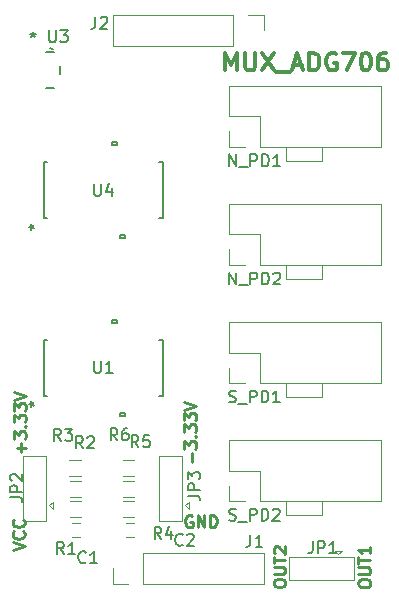
<source format=gto>
%TF.GenerationSoftware,KiCad,Pcbnew,(5.1.6-0-10_14)*%
%TF.CreationDate,2020-09-10T14:25:20+09:00*%
%TF.ProjectId,qPCR-photo_mux_ADG706BRUZ-ND,71504352-2d70-4686-9f74-6f5f6d75785f,rev?*%
%TF.SameCoordinates,Original*%
%TF.FileFunction,Legend,Top*%
%TF.FilePolarity,Positive*%
%FSLAX46Y46*%
G04 Gerber Fmt 4.6, Leading zero omitted, Abs format (unit mm)*
G04 Created by KiCad (PCBNEW (5.1.6-0-10_14)) date 2020-09-10 14:25:20*
%MOMM*%
%LPD*%
G01*
G04 APERTURE LIST*
%ADD10C,0.300000*%
%ADD11C,0.250000*%
%ADD12C,0.120000*%
%ADD13C,0.152400*%
%ADD14C,0.150000*%
G04 APERTURE END LIST*
D10*
X101303677Y-67836171D02*
X101303677Y-66336171D01*
X101803677Y-67407600D01*
X102303677Y-66336171D01*
X102303677Y-67836171D01*
X103017962Y-66336171D02*
X103017962Y-67550457D01*
X103089391Y-67693314D01*
X103160820Y-67764742D01*
X103303677Y-67836171D01*
X103589391Y-67836171D01*
X103732248Y-67764742D01*
X103803677Y-67693314D01*
X103875105Y-67550457D01*
X103875105Y-66336171D01*
X104446534Y-66336171D02*
X105446534Y-67836171D01*
X105446534Y-66336171D02*
X104446534Y-67836171D01*
X105660820Y-67979028D02*
X106803677Y-67979028D01*
X107089391Y-67407600D02*
X107803677Y-67407600D01*
X106946534Y-67836171D02*
X107446534Y-66336171D01*
X107946534Y-67836171D01*
X108446534Y-67836171D02*
X108446534Y-66336171D01*
X108803677Y-66336171D01*
X109017962Y-66407600D01*
X109160820Y-66550457D01*
X109232248Y-66693314D01*
X109303677Y-66979028D01*
X109303677Y-67193314D01*
X109232248Y-67479028D01*
X109160820Y-67621885D01*
X109017962Y-67764742D01*
X108803677Y-67836171D01*
X108446534Y-67836171D01*
X110732248Y-66407600D02*
X110589391Y-66336171D01*
X110375105Y-66336171D01*
X110160820Y-66407600D01*
X110017962Y-66550457D01*
X109946534Y-66693314D01*
X109875105Y-66979028D01*
X109875105Y-67193314D01*
X109946534Y-67479028D01*
X110017962Y-67621885D01*
X110160820Y-67764742D01*
X110375105Y-67836171D01*
X110517962Y-67836171D01*
X110732248Y-67764742D01*
X110803677Y-67693314D01*
X110803677Y-67193314D01*
X110517962Y-67193314D01*
X111303677Y-66336171D02*
X112303677Y-66336171D01*
X111660820Y-67836171D01*
X113160820Y-66336171D02*
X113303677Y-66336171D01*
X113446534Y-66407600D01*
X113517962Y-66479028D01*
X113589391Y-66621885D01*
X113660820Y-66907600D01*
X113660820Y-67264742D01*
X113589391Y-67550457D01*
X113517962Y-67693314D01*
X113446534Y-67764742D01*
X113303677Y-67836171D01*
X113160820Y-67836171D01*
X113017962Y-67764742D01*
X112946534Y-67693314D01*
X112875105Y-67550457D01*
X112803677Y-67264742D01*
X112803677Y-66907600D01*
X112875105Y-66621885D01*
X112946534Y-66479028D01*
X113017962Y-66407600D01*
X113160820Y-66336171D01*
X114946534Y-66336171D02*
X114660820Y-66336171D01*
X114517962Y-66407600D01*
X114446534Y-66479028D01*
X114303677Y-66693314D01*
X114232248Y-66979028D01*
X114232248Y-67550457D01*
X114303677Y-67693314D01*
X114375105Y-67764742D01*
X114517962Y-67836171D01*
X114803677Y-67836171D01*
X114946534Y-67764742D01*
X115017962Y-67693314D01*
X115089391Y-67550457D01*
X115089391Y-67193314D01*
X115017962Y-67050457D01*
X114946534Y-66979028D01*
X114803677Y-66907600D01*
X114517962Y-66907600D01*
X114375105Y-66979028D01*
X114303677Y-67050457D01*
X114232248Y-67193314D01*
D11*
X83340960Y-108434973D02*
X84340960Y-108101640D01*
X83340960Y-107768306D01*
X84245722Y-106863544D02*
X84293341Y-106911163D01*
X84340960Y-107054020D01*
X84340960Y-107149259D01*
X84293341Y-107292116D01*
X84198103Y-107387354D01*
X84102865Y-107434973D01*
X83912389Y-107482592D01*
X83769532Y-107482592D01*
X83579056Y-107434973D01*
X83483818Y-107387354D01*
X83388580Y-107292116D01*
X83340960Y-107149259D01*
X83340960Y-107054020D01*
X83388580Y-106911163D01*
X83436199Y-106863544D01*
X84245722Y-105863544D02*
X84293341Y-105911163D01*
X84340960Y-106054020D01*
X84340960Y-106149259D01*
X84293341Y-106292116D01*
X84198103Y-106387354D01*
X84102865Y-106434973D01*
X83912389Y-106482592D01*
X83769532Y-106482592D01*
X83579056Y-106434973D01*
X83483818Y-106387354D01*
X83388580Y-106292116D01*
X83340960Y-106149259D01*
X83340960Y-106054020D01*
X83388580Y-105911163D01*
X83436199Y-105863544D01*
X84079388Y-100164590D02*
X84079388Y-99402685D01*
X84460340Y-99783638D02*
X83698436Y-99783638D01*
X83460340Y-99021733D02*
X83460340Y-98402685D01*
X83841293Y-98736019D01*
X83841293Y-98593161D01*
X83888912Y-98497923D01*
X83936531Y-98450304D01*
X84031769Y-98402685D01*
X84269864Y-98402685D01*
X84365102Y-98450304D01*
X84412721Y-98497923D01*
X84460340Y-98593161D01*
X84460340Y-98878876D01*
X84412721Y-98974114D01*
X84365102Y-99021733D01*
X84365102Y-97974114D02*
X84412721Y-97926495D01*
X84460340Y-97974114D01*
X84412721Y-98021733D01*
X84365102Y-97974114D01*
X84460340Y-97974114D01*
X83460340Y-97593161D02*
X83460340Y-96974114D01*
X83841293Y-97307447D01*
X83841293Y-97164590D01*
X83888912Y-97069352D01*
X83936531Y-97021733D01*
X84031769Y-96974114D01*
X84269864Y-96974114D01*
X84365102Y-97021733D01*
X84412721Y-97069352D01*
X84460340Y-97164590D01*
X84460340Y-97450304D01*
X84412721Y-97545542D01*
X84365102Y-97593161D01*
X83460340Y-96640780D02*
X83460340Y-96021733D01*
X83841293Y-96355066D01*
X83841293Y-96212209D01*
X83888912Y-96116971D01*
X83936531Y-96069352D01*
X84031769Y-96021733D01*
X84269864Y-96021733D01*
X84365102Y-96069352D01*
X84412721Y-96116971D01*
X84460340Y-96212209D01*
X84460340Y-96497923D01*
X84412721Y-96593161D01*
X84365102Y-96640780D01*
X83460340Y-95736019D02*
X84460340Y-95402685D01*
X83460340Y-95069352D01*
X98504048Y-101000250D02*
X98504048Y-100238345D01*
X97885000Y-99857393D02*
X97885000Y-99238345D01*
X98265953Y-99571679D01*
X98265953Y-99428821D01*
X98313572Y-99333583D01*
X98361191Y-99285964D01*
X98456429Y-99238345D01*
X98694524Y-99238345D01*
X98789762Y-99285964D01*
X98837381Y-99333583D01*
X98885000Y-99428821D01*
X98885000Y-99714536D01*
X98837381Y-99809774D01*
X98789762Y-99857393D01*
X98789762Y-98809774D02*
X98837381Y-98762155D01*
X98885000Y-98809774D01*
X98837381Y-98857393D01*
X98789762Y-98809774D01*
X98885000Y-98809774D01*
X97885000Y-98428821D02*
X97885000Y-97809774D01*
X98265953Y-98143107D01*
X98265953Y-98000250D01*
X98313572Y-97905012D01*
X98361191Y-97857393D01*
X98456429Y-97809774D01*
X98694524Y-97809774D01*
X98789762Y-97857393D01*
X98837381Y-97905012D01*
X98885000Y-98000250D01*
X98885000Y-98285964D01*
X98837381Y-98381202D01*
X98789762Y-98428821D01*
X97885000Y-97476440D02*
X97885000Y-96857393D01*
X98265953Y-97190726D01*
X98265953Y-97047869D01*
X98313572Y-96952631D01*
X98361191Y-96905012D01*
X98456429Y-96857393D01*
X98694524Y-96857393D01*
X98789762Y-96905012D01*
X98837381Y-96952631D01*
X98885000Y-97047869D01*
X98885000Y-97333583D01*
X98837381Y-97428821D01*
X98789762Y-97476440D01*
X97885000Y-96571679D02*
X98885000Y-96238345D01*
X97885000Y-95905012D01*
X98519075Y-105555160D02*
X98423837Y-105507540D01*
X98280980Y-105507540D01*
X98138122Y-105555160D01*
X98042884Y-105650398D01*
X97995265Y-105745636D01*
X97947646Y-105936112D01*
X97947646Y-106078969D01*
X97995265Y-106269445D01*
X98042884Y-106364683D01*
X98138122Y-106459921D01*
X98280980Y-106507540D01*
X98376218Y-106507540D01*
X98519075Y-106459921D01*
X98566694Y-106412302D01*
X98566694Y-106078969D01*
X98376218Y-106078969D01*
X98995265Y-106507540D02*
X98995265Y-105507540D01*
X99566694Y-106507540D01*
X99566694Y-105507540D01*
X100042884Y-106507540D02*
X100042884Y-105507540D01*
X100280980Y-105507540D01*
X100423837Y-105555160D01*
X100519075Y-105650398D01*
X100566694Y-105745636D01*
X100614313Y-105936112D01*
X100614313Y-106078969D01*
X100566694Y-106269445D01*
X100519075Y-106364683D01*
X100423837Y-106459921D01*
X100280980Y-106507540D01*
X100042884Y-106507540D01*
X112614460Y-111351510D02*
X112614460Y-111161034D01*
X112662080Y-111065796D01*
X112757318Y-110970558D01*
X112947794Y-110922939D01*
X113281127Y-110922939D01*
X113471603Y-110970558D01*
X113566841Y-111065796D01*
X113614460Y-111161034D01*
X113614460Y-111351510D01*
X113566841Y-111446748D01*
X113471603Y-111541986D01*
X113281127Y-111589605D01*
X112947794Y-111589605D01*
X112757318Y-111541986D01*
X112662080Y-111446748D01*
X112614460Y-111351510D01*
X112614460Y-110494367D02*
X113423984Y-110494367D01*
X113519222Y-110446748D01*
X113566841Y-110399129D01*
X113614460Y-110303891D01*
X113614460Y-110113415D01*
X113566841Y-110018177D01*
X113519222Y-109970558D01*
X113423984Y-109922939D01*
X112614460Y-109922939D01*
X112614460Y-109589605D02*
X112614460Y-109018177D01*
X113614460Y-109303891D02*
X112614460Y-109303891D01*
X113614460Y-108161034D02*
X113614460Y-108732462D01*
X113614460Y-108446748D02*
X112614460Y-108446748D01*
X112757318Y-108541986D01*
X112852556Y-108637224D01*
X112900175Y-108732462D01*
X105431340Y-111331190D02*
X105431340Y-111140714D01*
X105478960Y-111045476D01*
X105574198Y-110950238D01*
X105764674Y-110902619D01*
X106098007Y-110902619D01*
X106288483Y-110950238D01*
X106383721Y-111045476D01*
X106431340Y-111140714D01*
X106431340Y-111331190D01*
X106383721Y-111426428D01*
X106288483Y-111521666D01*
X106098007Y-111569285D01*
X105764674Y-111569285D01*
X105574198Y-111521666D01*
X105478960Y-111426428D01*
X105431340Y-111331190D01*
X105431340Y-110474047D02*
X106240864Y-110474047D01*
X106336102Y-110426428D01*
X106383721Y-110378809D01*
X106431340Y-110283571D01*
X106431340Y-110093095D01*
X106383721Y-109997857D01*
X106336102Y-109950238D01*
X106240864Y-109902619D01*
X105431340Y-109902619D01*
X105431340Y-109569285D02*
X105431340Y-108997857D01*
X106431340Y-109283571D02*
X105431340Y-109283571D01*
X105526579Y-108712142D02*
X105478960Y-108664523D01*
X105431340Y-108569285D01*
X105431340Y-108331190D01*
X105478960Y-108235952D01*
X105526579Y-108188333D01*
X105621817Y-108140714D01*
X105717055Y-108140714D01*
X105859912Y-108188333D01*
X106431340Y-108759761D01*
X106431340Y-108140714D01*
D12*
%TO.C,C1*%
X88350000Y-106150000D02*
X89050000Y-106150000D01*
X89050000Y-107350000D02*
X88350000Y-107350000D01*
%TO.C,C2*%
X92950000Y-106150000D02*
X93650000Y-106150000D01*
X93650000Y-107350000D02*
X92950000Y-107350000D01*
%TO.C,J1*%
X104628000Y-111330000D02*
X104628000Y-108670000D01*
X94408000Y-111330000D02*
X104628000Y-111330000D01*
X94408000Y-108670000D02*
X104628000Y-108670000D01*
X94408000Y-111330000D02*
X94408000Y-108670000D01*
X93138000Y-111330000D02*
X91808000Y-111330000D01*
X91808000Y-111330000D02*
X91808000Y-110000000D01*
%TO.C,J2*%
X104628000Y-63110000D02*
X104628000Y-64440000D01*
X103298000Y-63110000D02*
X104628000Y-63110000D01*
X102028000Y-63110000D02*
X102028000Y-65770000D01*
X102028000Y-65770000D02*
X91808000Y-65770000D01*
X102028000Y-63110000D02*
X91808000Y-63110000D01*
X91808000Y-63110000D02*
X91808000Y-65770000D01*
%TO.C,JP1*%
X112250000Y-111000000D02*
X106750000Y-111000000D01*
X106750000Y-111000000D02*
X106750000Y-109050000D01*
X106750000Y-109050000D02*
X112250000Y-109050000D01*
X112250000Y-109050000D02*
X112250000Y-111000000D01*
X110900000Y-108800000D02*
X111200000Y-108500000D01*
X111200000Y-108500000D02*
X110600000Y-108500000D01*
X110600000Y-108500000D02*
X110900000Y-108800000D01*
%TO.C,JP2*%
X86750000Y-104350000D02*
X86450000Y-104650000D01*
X86750000Y-104950000D02*
X86750000Y-104350000D01*
X86450000Y-104650000D02*
X86750000Y-104950000D01*
X86200000Y-106000000D02*
X84250000Y-106000000D01*
X86200000Y-100500000D02*
X86200000Y-106000000D01*
X84250000Y-100500000D02*
X86200000Y-100500000D01*
X84250000Y-106000000D02*
X84250000Y-100500000D01*
%TO.C,JP3*%
X95750000Y-106000000D02*
X95750000Y-100500000D01*
X95750000Y-100500000D02*
X97700000Y-100500000D01*
X97700000Y-100500000D02*
X97700000Y-106000000D01*
X97700000Y-106000000D02*
X95750000Y-106000000D01*
X97950000Y-104650000D02*
X98250000Y-104950000D01*
X98250000Y-104950000D02*
X98250000Y-104350000D01*
X98250000Y-104350000D02*
X97950000Y-104650000D01*
%TO.C,N_PD1*%
X109500000Y-75500000D02*
X109500000Y-74330000D01*
X106500000Y-75500000D02*
X109500000Y-75500000D01*
X106500000Y-74330000D02*
X106500000Y-75500000D01*
X114490000Y-74330000D02*
X114490000Y-69130000D01*
X104270000Y-74330000D02*
X114490000Y-74330000D01*
X101670000Y-69130000D02*
X114490000Y-69130000D01*
X104270000Y-74330000D02*
X104270000Y-71730000D01*
X104270000Y-71730000D02*
X101670000Y-71730000D01*
X101670000Y-71730000D02*
X101670000Y-69130000D01*
X103000000Y-74330000D02*
X101670000Y-74330000D01*
X101670000Y-74330000D02*
X101670000Y-73000000D01*
%TO.C,N_PD2*%
X101670000Y-84330000D02*
X101670000Y-83000000D01*
X103000000Y-84330000D02*
X101670000Y-84330000D01*
X101670000Y-81730000D02*
X101670000Y-79130000D01*
X104270000Y-81730000D02*
X101670000Y-81730000D01*
X104270000Y-84330000D02*
X104270000Y-81730000D01*
X101670000Y-79130000D02*
X114490000Y-79130000D01*
X104270000Y-84330000D02*
X114490000Y-84330000D01*
X114490000Y-84330000D02*
X114490000Y-79130000D01*
X106500000Y-84330000D02*
X106500000Y-85500000D01*
X106500000Y-85500000D02*
X109500000Y-85500000D01*
X109500000Y-85500000D02*
X109500000Y-84330000D01*
%TO.C,R1*%
X89150000Y-105680000D02*
X88150000Y-105680000D01*
X88150000Y-104320000D02*
X89150000Y-104320000D01*
%TO.C,R2*%
X89150000Y-103930000D02*
X88150000Y-103930000D01*
X88150000Y-102570000D02*
X89150000Y-102570000D01*
%TO.C,R3*%
X89100000Y-102180000D02*
X88100000Y-102180000D01*
X88100000Y-100820000D02*
X89100000Y-100820000D01*
%TO.C,R4*%
X93650000Y-105680000D02*
X92650000Y-105680000D01*
X92650000Y-104320000D02*
X93650000Y-104320000D01*
%TO.C,R5*%
X93650000Y-103930000D02*
X92650000Y-103930000D01*
X92650000Y-102570000D02*
X93650000Y-102570000D01*
%TO.C,R6*%
X93650000Y-102180000D02*
X92650000Y-102180000D01*
X92650000Y-100820000D02*
X93650000Y-100820000D01*
%TO.C,S_PD1*%
X101670000Y-94330000D02*
X101670000Y-93000000D01*
X103000000Y-94330000D02*
X101670000Y-94330000D01*
X101670000Y-91730000D02*
X101670000Y-89130000D01*
X104270000Y-91730000D02*
X101670000Y-91730000D01*
X104270000Y-94330000D02*
X104270000Y-91730000D01*
X101670000Y-89130000D02*
X114490000Y-89130000D01*
X104270000Y-94330000D02*
X114490000Y-94330000D01*
X114490000Y-94330000D02*
X114490000Y-89130000D01*
X106500000Y-94330000D02*
X106500000Y-95500000D01*
X106500000Y-95500000D02*
X109500000Y-95500000D01*
X109500000Y-95500000D02*
X109500000Y-94330000D01*
%TO.C,S_PD2*%
X109500000Y-105500000D02*
X109500000Y-104330000D01*
X106500000Y-105500000D02*
X109500000Y-105500000D01*
X106500000Y-104330000D02*
X106500000Y-105500000D01*
X114490000Y-104330000D02*
X114490000Y-99130000D01*
X104270000Y-104330000D02*
X114490000Y-104330000D01*
X101670000Y-99130000D02*
X114490000Y-99130000D01*
X104270000Y-104330000D02*
X104270000Y-101730000D01*
X104270000Y-101730000D02*
X101670000Y-101730000D01*
X101670000Y-101730000D02*
X101670000Y-99130000D01*
X103000000Y-104330000D02*
X101670000Y-104330000D01*
X101670000Y-104330000D02*
X101670000Y-103000000D01*
D13*
%TO.C,U1*%
X96029200Y-95374900D02*
X96029200Y-90625100D01*
X96029200Y-90625100D02*
X95735540Y-90625100D01*
X85970800Y-90625100D02*
X85970800Y-95374900D01*
X85970800Y-95374900D02*
X86264460Y-95374900D01*
X95735538Y-95374900D02*
X96029200Y-95374900D01*
X86264460Y-90625100D02*
X85970800Y-90625100D01*
X92434498Y-97064000D02*
X92815498Y-97064000D01*
X92815498Y-97064000D02*
X92815498Y-96810000D01*
X92815498Y-96810000D02*
X92434498Y-96810000D01*
X92434498Y-96810000D02*
X92434498Y-97064000D01*
X91784499Y-88936000D02*
X92165499Y-88936000D01*
X92165499Y-88936000D02*
X92165499Y-89190000D01*
X92165499Y-89190000D02*
X91784499Y-89190000D01*
X91784499Y-89190000D02*
X91784499Y-88936000D01*
%TO.C,U3*%
X86804716Y-66255900D02*
X86199684Y-66255900D01*
X87378500Y-68117761D02*
X87378500Y-67442039D01*
X86199684Y-69303900D02*
X86804716Y-69303900D01*
X86730023Y-66053416D02*
G75*
G03*
X86502200Y-65951100I-227823J-202484D01*
G01*
%TO.C,U4*%
X91784499Y-74190000D02*
X91784499Y-73936000D01*
X92165499Y-74190000D02*
X91784499Y-74190000D01*
X92165499Y-73936000D02*
X92165499Y-74190000D01*
X91784499Y-73936000D02*
X92165499Y-73936000D01*
X92434498Y-81810000D02*
X92434498Y-82064000D01*
X92815498Y-81810000D02*
X92434498Y-81810000D01*
X92815498Y-82064000D02*
X92815498Y-81810000D01*
X92434498Y-82064000D02*
X92815498Y-82064000D01*
X86264460Y-75625100D02*
X85970800Y-75625100D01*
X95735538Y-80374900D02*
X96029200Y-80374900D01*
X85970800Y-80374900D02*
X86264460Y-80374900D01*
X85970800Y-75625100D02*
X85970800Y-80374900D01*
X96029200Y-75625100D02*
X95735540Y-75625100D01*
X96029200Y-80374900D02*
X96029200Y-75625100D01*
%TO.C,C1*%
D14*
X89530893Y-109470462D02*
X89483274Y-109518081D01*
X89340417Y-109565700D01*
X89245179Y-109565700D01*
X89102321Y-109518081D01*
X89007083Y-109422843D01*
X88959464Y-109327605D01*
X88911845Y-109137129D01*
X88911845Y-108994272D01*
X88959464Y-108803796D01*
X89007083Y-108708558D01*
X89102321Y-108613320D01*
X89245179Y-108565700D01*
X89340417Y-108565700D01*
X89483274Y-108613320D01*
X89530893Y-108660939D01*
X90483274Y-109565700D02*
X89911845Y-109565700D01*
X90197560Y-109565700D02*
X90197560Y-108565700D01*
X90102321Y-108708558D01*
X90007083Y-108803796D01*
X89911845Y-108851415D01*
%TO.C,C2*%
X97724933Y-107987102D02*
X97677314Y-108034721D01*
X97534457Y-108082340D01*
X97439219Y-108082340D01*
X97296361Y-108034721D01*
X97201123Y-107939483D01*
X97153504Y-107844245D01*
X97105885Y-107653769D01*
X97105885Y-107510912D01*
X97153504Y-107320436D01*
X97201123Y-107225198D01*
X97296361Y-107129960D01*
X97439219Y-107082340D01*
X97534457Y-107082340D01*
X97677314Y-107129960D01*
X97724933Y-107177579D01*
X98105885Y-107177579D02*
X98153504Y-107129960D01*
X98248742Y-107082340D01*
X98486838Y-107082340D01*
X98582076Y-107129960D01*
X98629695Y-107177579D01*
X98677314Y-107272817D01*
X98677314Y-107368055D01*
X98629695Y-107510912D01*
X98058266Y-108082340D01*
X98677314Y-108082340D01*
%TO.C,J1*%
X103471386Y-107176320D02*
X103471386Y-107890606D01*
X103423767Y-108033463D01*
X103328529Y-108128701D01*
X103185672Y-108176320D01*
X103090434Y-108176320D01*
X104471386Y-108176320D02*
X103899958Y-108176320D01*
X104185672Y-108176320D02*
X104185672Y-107176320D01*
X104090434Y-107319178D01*
X103995196Y-107414416D01*
X103899958Y-107462035D01*
%TO.C,J2*%
X90349746Y-63297820D02*
X90349746Y-64012106D01*
X90302127Y-64154963D01*
X90206889Y-64250201D01*
X90064032Y-64297820D01*
X89968794Y-64297820D01*
X90778318Y-63393059D02*
X90825937Y-63345440D01*
X90921175Y-63297820D01*
X91159270Y-63297820D01*
X91254508Y-63345440D01*
X91302127Y-63393059D01*
X91349746Y-63488297D01*
X91349746Y-63583535D01*
X91302127Y-63726392D01*
X90730699Y-64297820D01*
X91349746Y-64297820D01*
%TO.C,JP1*%
X108727026Y-107714800D02*
X108727026Y-108429086D01*
X108679407Y-108571943D01*
X108584169Y-108667181D01*
X108441312Y-108714800D01*
X108346074Y-108714800D01*
X109203217Y-108714800D02*
X109203217Y-107714800D01*
X109584169Y-107714800D01*
X109679407Y-107762420D01*
X109727026Y-107810039D01*
X109774645Y-107905277D01*
X109774645Y-108048134D01*
X109727026Y-108143372D01*
X109679407Y-108190991D01*
X109584169Y-108238610D01*
X109203217Y-108238610D01*
X110727026Y-108714800D02*
X110155598Y-108714800D01*
X110441312Y-108714800D02*
X110441312Y-107714800D01*
X110346074Y-107857658D01*
X110250836Y-107952896D01*
X110155598Y-108000515D01*
%TO.C,JP2*%
X83145380Y-103990353D02*
X83859666Y-103990353D01*
X84002523Y-104037972D01*
X84097761Y-104133210D01*
X84145380Y-104276067D01*
X84145380Y-104371305D01*
X84145380Y-103514162D02*
X83145380Y-103514162D01*
X83145380Y-103133210D01*
X83193000Y-103037972D01*
X83240619Y-102990353D01*
X83335857Y-102942734D01*
X83478714Y-102942734D01*
X83573952Y-102990353D01*
X83621571Y-103037972D01*
X83669190Y-103133210D01*
X83669190Y-103514162D01*
X83240619Y-102561781D02*
X83193000Y-102514162D01*
X83145380Y-102418924D01*
X83145380Y-102180829D01*
X83193000Y-102085591D01*
X83240619Y-102037972D01*
X83335857Y-101990353D01*
X83431095Y-101990353D01*
X83573952Y-102037972D01*
X84145380Y-102609400D01*
X84145380Y-101990353D01*
%TO.C,JP3*%
X98179640Y-103845573D02*
X98893926Y-103845573D01*
X99036783Y-103893192D01*
X99132021Y-103988430D01*
X99179640Y-104131287D01*
X99179640Y-104226525D01*
X99179640Y-103369382D02*
X98179640Y-103369382D01*
X98179640Y-102988430D01*
X98227260Y-102893192D01*
X98274879Y-102845573D01*
X98370117Y-102797954D01*
X98512974Y-102797954D01*
X98608212Y-102845573D01*
X98655831Y-102893192D01*
X98703450Y-102988430D01*
X98703450Y-103369382D01*
X98179640Y-102464620D02*
X98179640Y-101845573D01*
X98560593Y-102178906D01*
X98560593Y-102036049D01*
X98608212Y-101940811D01*
X98655831Y-101893192D01*
X98751069Y-101845573D01*
X98989164Y-101845573D01*
X99084402Y-101893192D01*
X99132021Y-101940811D01*
X99179640Y-102036049D01*
X99179640Y-102321763D01*
X99132021Y-102417001D01*
X99084402Y-102464620D01*
%TO.C,N_PD1*%
X101657142Y-75952380D02*
X101657142Y-74952380D01*
X102228571Y-75952380D01*
X102228571Y-74952380D01*
X102466666Y-76047619D02*
X103228571Y-76047619D01*
X103466666Y-75952380D02*
X103466666Y-74952380D01*
X103847619Y-74952380D01*
X103942857Y-75000000D01*
X103990476Y-75047619D01*
X104038095Y-75142857D01*
X104038095Y-75285714D01*
X103990476Y-75380952D01*
X103942857Y-75428571D01*
X103847619Y-75476190D01*
X103466666Y-75476190D01*
X104466666Y-75952380D02*
X104466666Y-74952380D01*
X104704761Y-74952380D01*
X104847619Y-75000000D01*
X104942857Y-75095238D01*
X104990476Y-75190476D01*
X105038095Y-75380952D01*
X105038095Y-75523809D01*
X104990476Y-75714285D01*
X104942857Y-75809523D01*
X104847619Y-75904761D01*
X104704761Y-75952380D01*
X104466666Y-75952380D01*
X105990476Y-75952380D02*
X105419047Y-75952380D01*
X105704761Y-75952380D02*
X105704761Y-74952380D01*
X105609523Y-75095238D01*
X105514285Y-75190476D01*
X105419047Y-75238095D01*
%TO.C,N_PD2*%
X101657142Y-85952380D02*
X101657142Y-84952380D01*
X102228571Y-85952380D01*
X102228571Y-84952380D01*
X102466666Y-86047619D02*
X103228571Y-86047619D01*
X103466666Y-85952380D02*
X103466666Y-84952380D01*
X103847619Y-84952380D01*
X103942857Y-85000000D01*
X103990476Y-85047619D01*
X104038095Y-85142857D01*
X104038095Y-85285714D01*
X103990476Y-85380952D01*
X103942857Y-85428571D01*
X103847619Y-85476190D01*
X103466666Y-85476190D01*
X104466666Y-85952380D02*
X104466666Y-84952380D01*
X104704761Y-84952380D01*
X104847619Y-85000000D01*
X104942857Y-85095238D01*
X104990476Y-85190476D01*
X105038095Y-85380952D01*
X105038095Y-85523809D01*
X104990476Y-85714285D01*
X104942857Y-85809523D01*
X104847619Y-85904761D01*
X104704761Y-85952380D01*
X104466666Y-85952380D01*
X105419047Y-85047619D02*
X105466666Y-85000000D01*
X105561904Y-84952380D01*
X105800000Y-84952380D01*
X105895238Y-85000000D01*
X105942857Y-85047619D01*
X105990476Y-85142857D01*
X105990476Y-85238095D01*
X105942857Y-85380952D01*
X105371428Y-85952380D01*
X105990476Y-85952380D01*
%TO.C,R1*%
X87676693Y-108793540D02*
X87343360Y-108317350D01*
X87105264Y-108793540D02*
X87105264Y-107793540D01*
X87486217Y-107793540D01*
X87581455Y-107841160D01*
X87629074Y-107888779D01*
X87676693Y-107984017D01*
X87676693Y-108126874D01*
X87629074Y-108222112D01*
X87581455Y-108269731D01*
X87486217Y-108317350D01*
X87105264Y-108317350D01*
X88629074Y-108793540D02*
X88057645Y-108793540D01*
X88343360Y-108793540D02*
X88343360Y-107793540D01*
X88248121Y-107936398D01*
X88152883Y-108031636D01*
X88057645Y-108079255D01*
%TO.C,R2*%
X89292133Y-99827340D02*
X88958800Y-99351150D01*
X88720704Y-99827340D02*
X88720704Y-98827340D01*
X89101657Y-98827340D01*
X89196895Y-98874960D01*
X89244514Y-98922579D01*
X89292133Y-99017817D01*
X89292133Y-99160674D01*
X89244514Y-99255912D01*
X89196895Y-99303531D01*
X89101657Y-99351150D01*
X88720704Y-99351150D01*
X89673085Y-98922579D02*
X89720704Y-98874960D01*
X89815942Y-98827340D01*
X90054038Y-98827340D01*
X90149276Y-98874960D01*
X90196895Y-98922579D01*
X90244514Y-99017817D01*
X90244514Y-99113055D01*
X90196895Y-99255912D01*
X89625466Y-99827340D01*
X90244514Y-99827340D01*
%TO.C,R3*%
X87427773Y-99187260D02*
X87094440Y-98711070D01*
X86856344Y-99187260D02*
X86856344Y-98187260D01*
X87237297Y-98187260D01*
X87332535Y-98234880D01*
X87380154Y-98282499D01*
X87427773Y-98377737D01*
X87427773Y-98520594D01*
X87380154Y-98615832D01*
X87332535Y-98663451D01*
X87237297Y-98711070D01*
X86856344Y-98711070D01*
X87761106Y-98187260D02*
X88380154Y-98187260D01*
X88046820Y-98568213D01*
X88189678Y-98568213D01*
X88284916Y-98615832D01*
X88332535Y-98663451D01*
X88380154Y-98758689D01*
X88380154Y-98996784D01*
X88332535Y-99092022D01*
X88284916Y-99139641D01*
X88189678Y-99187260D01*
X87903963Y-99187260D01*
X87808725Y-99139641D01*
X87761106Y-99092022D01*
%TO.C,R4*%
X95918993Y-107493060D02*
X95585660Y-107016870D01*
X95347564Y-107493060D02*
X95347564Y-106493060D01*
X95728517Y-106493060D01*
X95823755Y-106540680D01*
X95871374Y-106588299D01*
X95918993Y-106683537D01*
X95918993Y-106826394D01*
X95871374Y-106921632D01*
X95823755Y-106969251D01*
X95728517Y-107016870D01*
X95347564Y-107016870D01*
X96776136Y-106826394D02*
X96776136Y-107493060D01*
X96538040Y-106445441D02*
X96299945Y-107159727D01*
X96918993Y-107159727D01*
%TO.C,R5*%
X93988593Y-99743520D02*
X93655260Y-99267330D01*
X93417164Y-99743520D02*
X93417164Y-98743520D01*
X93798117Y-98743520D01*
X93893355Y-98791140D01*
X93940974Y-98838759D01*
X93988593Y-98933997D01*
X93988593Y-99076854D01*
X93940974Y-99172092D01*
X93893355Y-99219711D01*
X93798117Y-99267330D01*
X93417164Y-99267330D01*
X94893355Y-98743520D02*
X94417164Y-98743520D01*
X94369545Y-99219711D01*
X94417164Y-99172092D01*
X94512402Y-99124473D01*
X94750498Y-99124473D01*
X94845736Y-99172092D01*
X94893355Y-99219711D01*
X94940974Y-99314949D01*
X94940974Y-99553044D01*
X94893355Y-99648282D01*
X94845736Y-99695901D01*
X94750498Y-99743520D01*
X94512402Y-99743520D01*
X94417164Y-99695901D01*
X94369545Y-99648282D01*
%TO.C,R6*%
X92202973Y-99154240D02*
X91869640Y-98678050D01*
X91631544Y-99154240D02*
X91631544Y-98154240D01*
X92012497Y-98154240D01*
X92107735Y-98201860D01*
X92155354Y-98249479D01*
X92202973Y-98344717D01*
X92202973Y-98487574D01*
X92155354Y-98582812D01*
X92107735Y-98630431D01*
X92012497Y-98678050D01*
X91631544Y-98678050D01*
X93060116Y-98154240D02*
X92869640Y-98154240D01*
X92774401Y-98201860D01*
X92726782Y-98249479D01*
X92631544Y-98392336D01*
X92583925Y-98582812D01*
X92583925Y-98963764D01*
X92631544Y-99059002D01*
X92679163Y-99106621D01*
X92774401Y-99154240D01*
X92964878Y-99154240D01*
X93060116Y-99106621D01*
X93107735Y-99059002D01*
X93155354Y-98963764D01*
X93155354Y-98725669D01*
X93107735Y-98630431D01*
X93060116Y-98582812D01*
X92964878Y-98535193D01*
X92774401Y-98535193D01*
X92679163Y-98582812D01*
X92631544Y-98630431D01*
X92583925Y-98725669D01*
%TO.C,S_PD1*%
X101657142Y-95904761D02*
X101800000Y-95952380D01*
X102038095Y-95952380D01*
X102133333Y-95904761D01*
X102180952Y-95857142D01*
X102228571Y-95761904D01*
X102228571Y-95666666D01*
X102180952Y-95571428D01*
X102133333Y-95523809D01*
X102038095Y-95476190D01*
X101847619Y-95428571D01*
X101752380Y-95380952D01*
X101704761Y-95333333D01*
X101657142Y-95238095D01*
X101657142Y-95142857D01*
X101704761Y-95047619D01*
X101752380Y-95000000D01*
X101847619Y-94952380D01*
X102085714Y-94952380D01*
X102228571Y-95000000D01*
X102419047Y-96047619D02*
X103180952Y-96047619D01*
X103419047Y-95952380D02*
X103419047Y-94952380D01*
X103800000Y-94952380D01*
X103895238Y-95000000D01*
X103942857Y-95047619D01*
X103990476Y-95142857D01*
X103990476Y-95285714D01*
X103942857Y-95380952D01*
X103895238Y-95428571D01*
X103800000Y-95476190D01*
X103419047Y-95476190D01*
X104419047Y-95952380D02*
X104419047Y-94952380D01*
X104657142Y-94952380D01*
X104800000Y-95000000D01*
X104895238Y-95095238D01*
X104942857Y-95190476D01*
X104990476Y-95380952D01*
X104990476Y-95523809D01*
X104942857Y-95714285D01*
X104895238Y-95809523D01*
X104800000Y-95904761D01*
X104657142Y-95952380D01*
X104419047Y-95952380D01*
X105942857Y-95952380D02*
X105371428Y-95952380D01*
X105657142Y-95952380D02*
X105657142Y-94952380D01*
X105561904Y-95095238D01*
X105466666Y-95190476D01*
X105371428Y-95238095D01*
%TO.C,S_PD2*%
X101657142Y-105904761D02*
X101800000Y-105952380D01*
X102038095Y-105952380D01*
X102133333Y-105904761D01*
X102180952Y-105857142D01*
X102228571Y-105761904D01*
X102228571Y-105666666D01*
X102180952Y-105571428D01*
X102133333Y-105523809D01*
X102038095Y-105476190D01*
X101847619Y-105428571D01*
X101752380Y-105380952D01*
X101704761Y-105333333D01*
X101657142Y-105238095D01*
X101657142Y-105142857D01*
X101704761Y-105047619D01*
X101752380Y-105000000D01*
X101847619Y-104952380D01*
X102085714Y-104952380D01*
X102228571Y-105000000D01*
X102419047Y-106047619D02*
X103180952Y-106047619D01*
X103419047Y-105952380D02*
X103419047Y-104952380D01*
X103800000Y-104952380D01*
X103895238Y-105000000D01*
X103942857Y-105047619D01*
X103990476Y-105142857D01*
X103990476Y-105285714D01*
X103942857Y-105380952D01*
X103895238Y-105428571D01*
X103800000Y-105476190D01*
X103419047Y-105476190D01*
X104419047Y-105952380D02*
X104419047Y-104952380D01*
X104657142Y-104952380D01*
X104800000Y-105000000D01*
X104895238Y-105095238D01*
X104942857Y-105190476D01*
X104990476Y-105380952D01*
X104990476Y-105523809D01*
X104942857Y-105714285D01*
X104895238Y-105809523D01*
X104800000Y-105904761D01*
X104657142Y-105952380D01*
X104419047Y-105952380D01*
X105371428Y-105047619D02*
X105419047Y-105000000D01*
X105514285Y-104952380D01*
X105752380Y-104952380D01*
X105847619Y-105000000D01*
X105895238Y-105047619D01*
X105942857Y-105142857D01*
X105942857Y-105238095D01*
X105895238Y-105380952D01*
X105323809Y-105952380D01*
X105942857Y-105952380D01*
%TO.C,U1*%
X90238095Y-92452380D02*
X90238095Y-93261904D01*
X90285714Y-93357142D01*
X90333333Y-93404761D01*
X90428571Y-93452380D01*
X90619047Y-93452380D01*
X90714285Y-93404761D01*
X90761904Y-93357142D01*
X90809523Y-93261904D01*
X90809523Y-92452380D01*
X91809523Y-93452380D02*
X91238095Y-93452380D01*
X91523809Y-93452380D02*
X91523809Y-92452380D01*
X91428571Y-92595238D01*
X91333333Y-92690476D01*
X91238095Y-92738095D01*
X84728780Y-96073400D02*
X84966876Y-96073400D01*
X84871638Y-96311495D02*
X84966876Y-96073400D01*
X84871638Y-95835304D01*
X85157352Y-96216257D02*
X84966876Y-96073400D01*
X85157352Y-95930542D01*
X84728780Y-96073400D02*
X84966876Y-96073400D01*
X84871638Y-96311495D02*
X84966876Y-96073400D01*
X84871638Y-95835304D01*
X85157352Y-96216257D02*
X84966876Y-96073400D01*
X85157352Y-95930542D01*
%TO.C,U3*%
X86418515Y-64448440D02*
X86418515Y-65257964D01*
X86466134Y-65353202D01*
X86513753Y-65400821D01*
X86608991Y-65448440D01*
X86799467Y-65448440D01*
X86894705Y-65400821D01*
X86942324Y-65353202D01*
X86989943Y-65257964D01*
X86989943Y-64448440D01*
X87370896Y-64448440D02*
X87989943Y-64448440D01*
X87656610Y-64829393D01*
X87799467Y-64829393D01*
X87894705Y-64877012D01*
X87942324Y-64924631D01*
X87989943Y-65019869D01*
X87989943Y-65257964D01*
X87942324Y-65353202D01*
X87894705Y-65400821D01*
X87799467Y-65448440D01*
X87513753Y-65448440D01*
X87418515Y-65400821D01*
X87370896Y-65353202D01*
X85054400Y-64580480D02*
X85054400Y-64818576D01*
X84816304Y-64723338D02*
X85054400Y-64818576D01*
X85292495Y-64723338D01*
X84911542Y-65009052D02*
X85054400Y-64818576D01*
X85197257Y-65009052D01*
X85054400Y-64580480D02*
X85054400Y-64818576D01*
X84816304Y-64723338D02*
X85054400Y-64818576D01*
X85292495Y-64723338D01*
X84911542Y-65009052D02*
X85054400Y-64818576D01*
X85197257Y-65009052D01*
%TO.C,U4*%
X90238095Y-77452380D02*
X90238095Y-78261904D01*
X90285714Y-78357142D01*
X90333333Y-78404761D01*
X90428571Y-78452380D01*
X90619047Y-78452380D01*
X90714285Y-78404761D01*
X90761904Y-78357142D01*
X90809523Y-78261904D01*
X90809523Y-77452380D01*
X91714285Y-77785714D02*
X91714285Y-78452380D01*
X91476190Y-77404761D02*
X91238095Y-78119047D01*
X91857142Y-78119047D01*
X84728780Y-81073400D02*
X84966876Y-81073400D01*
X84871638Y-81311495D02*
X84966876Y-81073400D01*
X84871638Y-80835304D01*
X85157352Y-81216257D02*
X84966876Y-81073400D01*
X85157352Y-80930542D01*
X84728780Y-81073400D02*
X84966876Y-81073400D01*
X84871638Y-81311495D02*
X84966876Y-81073400D01*
X84871638Y-80835304D01*
X85157352Y-81216257D02*
X84966876Y-81073400D01*
X85157352Y-80930542D01*
%TD*%
M02*

</source>
